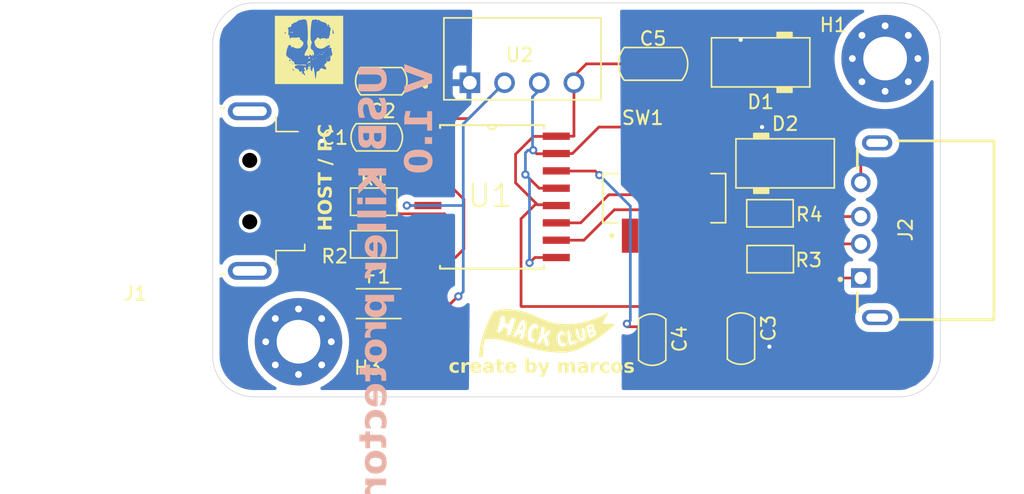
<source format=kicad_pcb>
(kicad_pcb (version 20241229) (generator "pcbnew") (generator_version "9.0")
  (title_block (title "USB Killer Protector") (rev "V1.0"))
  (layers (0 "F.Cu" signal) (2 "B.Cu" signal) (13 "F.Paste" user) (15 "B.Paste" user) (5 "F.SilkS" user "F.Silkscreen") (7 "B.SilkS" user "B.Silkscreen") (1 "F.Mask" user) (3 "B.Mask" user) (25 "Edge.Cuts" user))
  (net 0 "")
  (net 1 "GND1")
  (net 2 "Net-(U1-VDD1)")
  (net 3 "Net-(U1-SPU)")
  (net 4 "/VBUS_DIRTY")
  (net 5 "GND2")
  (net 6 "Net-(U1-VDD2)")
  (net 7 "Net-(D1-K)")
  (net 8 "/USB_OUT_P")
  (net 9 "/VBUS_CLEAN")
  (net 28 "/USB_IN_P")
  (net 29 "/GND_CLEAN")
  (net 30 "/USB_IN_N")
  (net 33 "/USB_OUT_N")
  (net 34 "Net-(U1-UD+)")
  (net 35 "Net-(U1-UD-)")
  (net 36 "Net-(R3-Pad2)")
  (net 37 "Net-(R4-Pad2)")
  (net 38 "Net-(U1-DD+)")
  (net 41 "Net-(U1-DD-)")
  (footprint "LOGO" (layer "F.Cu") (at 103.39 108.75)
    (property "Reference" "G***" (hide yes))
    (property "Value" "LOGO" (hide yes))
  )
  (footprint "Connector_USB:USB_A_Molex_48037-2200_Horizontal" (layer "F.Cu") (at 90.675 119.09 180)
    (property "Reference" "J1" (at 0 -7.5 180) (layer "F.SilkS"))
    (property "Value" "480370001")
    (pad "" np_thru_hole circle (at -8.375 -2.25 180) (size 1.1 1.1) (drill 1.1) (layers "*.Mask"))
    (pad "" np_thru_hole circle (at -8.375 2.25 180) (size 1.1 1.1) (drill 1.1) (layers "*.Mask"))
    (pad "1" smd roundrect (at -10.975 -3.5 180) (size 2 1.2) (layers "F.Cu" "F.Mask" "F.Paste") (net 9 "/VBUS_CLEAN"))
    (pad "2" smd roundrect (at -10.975 -1 180) (size 2 1.2) (layers "F.Cu" "F.Mask" "F.Paste") (net 30 "/USB_IN_N"))
    (pad "3" smd roundrect (at -10.975 1 180) (size 2 1.2) (layers "F.Cu" "F.Mask" "F.Paste") (net 28 "/USB_IN_P"))
    (pad "4" smd roundrect (at -10.975 3.5 180) (size 2 1.2) (layers "F.Cu" "F.Mask" "F.Paste") (net 29 "/GND_CLEAN"))
    (pad "5" thru_hole oval (at -8.375 -5.85 180) (size 3.2 1.3) (drill oval 2.5 0.7) (property pad_prop_heatsink) (layers "*.Cu" "*.Mask"))
    (pad "5" thru_hole oval (at -8.375 5.85 180) (size 3.2 1.3) (drill oval 2.5 0.7) (property pad_prop_heatsink) (layers "*.Cu" "*.Mask"))
  )
  (footprint "0ZCJ0050FF2G:RESC3216X125N" (layer "F.Cu") (at 108.4875 127.34)
    (property "Reference" "F1" (at -0.03 -2 0) (layer "F.SilkS") (effects (font (size 1.000732 1.000732))))
    (property "Value" "0ZCJ0050FF2G")
    (pad "1" smd roundrect (at -1.505 0) (size 1.2 1.82) (layers "F.Cu" "F.Mask" "F.Paste") (roundrect_rratio 0.125) (net 9 "/VBUS_CLEAN"))
    (pad "2" smd roundrect (at 1.505 0) (size 1.2 1.82) (layers "F.Cu" "F.Mask" "F.Paste") (roundrect_rratio 0.125) (net 3 "Net-(U1-SPU)"))
  )
  (footprint "JS202011SCQN:SW_JS202011SCQN" (layer "F.Cu") (at 129.39 119.61)
    (property "Reference" "SW1" (at -1.575 -5.885 0) (layer "F.SilkS"))
    (property "Value" "JS202011SCQN")
    (pad "1" smd rect (at -2.5 2.75) (size 1.2 2.5) (layers "F.Cu" "F.Mask" "F.Paste"))
    (pad "2" smd rect (at 0 2.75) (size 1.2 2.5) (layers "F.Cu" "F.Mask" "F.Paste") (net 38 "Net-(U1-DD+)"))
    (pad "3" smd rect (at 2.5 2.75) (size 1.2 2.5) (layers "F.Cu" "F.Mask" "F.Paste") (net 37 "Net-(R4-Pad2)"))
    (pad "4" smd rect (at -2.5 -2.75) (size 1.2 2.5) (layers "F.Cu" "F.Mask" "F.Paste"))
    (pad "5" smd rect (at 0 -2.75) (size 1.2 2.5) (layers "F.Cu" "F.Mask" "F.Paste") (net 41 "Net-(U1-DD-)"))
    (pad "6" smd rect (at 2.5 -2.75) (size 1.2 2.5) (layers "F.Cu" "F.Mask" "F.Paste") (net 36 "Net-(R3-Pad2)"))
  )
  (footprint "PCM_Diode_SMD_AKL:D_SMA" (layer "F.Cu") (at 138.24 117.06)
    (property "Reference" "D2" (at 0 -2.9 0) (layer "F.SilkS"))
    (property "Value" "SMAJ5.0A" (hide yes))
    (pad "1" smd roundrect (at -2 0) (size 2.5 1.8) (layers "F.Cu" "F.Mask" "F.Paste") (roundrect_rratio 0.1388888889) (net 8 "/USB_OUT_P"))
    (pad "2" smd roundrect (at 2 0) (size 2.5 1.8) (layers "F.Cu" "F.Mask" "F.Paste") (roundrect_rratio 0.1388888889) (net 5 "GND2"))
  )
  (footprint "PCM_Capacitor_SMD_AKL:C_0805_2012Metric" (layer "F.Cu") (at 108.3475 115.15 180)
    (property "Reference" "C1" (at 3.0775 -0.03 0) (layer "F.SilkS"))
    (property "Value" "100uF" (hide yes))
    (pad "1" smd roundrect (at -0.95 0 180) (size 1 1.45) (layers "F.Cu" "F.Mask" "F.Paste") (net 2 "Net-(U1-VDD1)"))
    (pad "2" smd roundrect (at 0.95 0 180) (size 1 1.45) (layers "F.Cu" "F.Mask" "F.Paste") (net 1 "GND1"))
  )
  (footprint "PCM_Resistor_SMD_AKL:R_0805_2012Metric" (layer "F.Cu") (at 137.13 120.72 180)
    (property "Reference" "R4" (at -2.87 -0.09 0) (layer "F.SilkS"))
    (property "Value" "24Ω" (hide yes))
    (pad "1" smd roundrect (at -0.9125 0 180) (size 1.025 1.4) (layers "F.Cu" "F.Mask" "F.Paste") (roundrect_rratio 0.243902) (net 8 "/USB_OUT_P"))
    (pad "2" smd roundrect (at 0.9125 0 180) (size 1.025 1.4) (layers "F.Cu" "F.Mask" "F.Paste") (roundrect_rratio 0.243902) (net 37 "Net-(R4-Pad2)"))
  )
  (footprint "PCM_Diode_SMD_AKL:D_SMA" (layer "F.Cu") (at 136.45 109.66 180)
    (property "Reference" "D1" (at 0 -2.9 0) (layer "F.SilkS"))
    (property "Value" "SMAJ5.0A" (hide yes))
    (pad "1" smd roundrect (at -2 0 180) (size 2.5 1.8) (layers "F.Cu" "F.Mask" "F.Paste") (roundrect_rratio 0.1388888889) (net 7 "Net-(D1-K)"))
    (pad "2" smd roundrect (at 2 0 180) (size 2.5 1.8) (layers "F.Cu" "F.Mask" "F.Paste") (roundrect_rratio 0.1388888889) (net 5 "GND2"))
  )
  (footprint "USB1125-GF-B_REVA:GCT_USB1125-GF-B_REVA" (layer "F.Cu") (at 144.9775 121.96 90)
    (property "Reference" "J2" (at 0.04 2.0825 90) (layer "F.SilkS"))
    (property "Value" "USB1125-GF-B_REVA")
    (pad "1" thru_hole rect (at -3.5 -1.2 90) (size 1.428 1.428) (drill 0.92) (layers "*.Cu" "*.Mask") (net 4 "/VBUS_DIRTY"))
    (pad "2" thru_hole circle (at -1 -1.2 90) (size 1.428 1.428) (drill 0.92) (layers "*.Cu" "*.Mask") (net 33 "/USB_OUT_N"))
    (pad "3" thru_hole circle (at 1 -1.2 90) (size 1.428 1.428) (drill 0.92) (layers "*.Cu" "*.Mask") (net 8 "/USB_OUT_P"))
    (pad "4" thru_hole circle (at 3.5 -1.2 90) (size 1.428 1.428) (drill 0.92) (layers "*.Cu" "*.Mask") (net 7 "Net-(D1-K)"))
    (pad "S1" thru_hole oval (at -6.4 0 90) (size 1.108 2.216) (drill oval 0.6 1.6) (layers "*.Cu" "*.Mask"))
    (pad "S2" thru_hole oval (at 6.4 0 90) (size 1.108 2.216) (drill oval 0.6 1.6) (layers "*.Cu" "*.Mask"))
  )
  (footprint "PCM_Resistor_SMD_AKL:R_0805_2012Metric" (layer "F.Cu") (at 108.1275 119.87)
    (property "Reference" "R1" (at 0 -1.7 0) (layer "F.SilkS"))
    (property "Value" "24Ω" (hide yes))
    (pad "1" smd roundrect (at -0.9125 0) (size 1.025 1.4) (layers "F.Cu" "F.Mask" "F.Paste") (roundrect_rratio 0.243902) (net 28 "/USB_IN_P"))
    (pad "2" smd roundrect (at 0.9125 0) (size 1.025 1.4) (layers "F.Cu" "F.Mask" "F.Paste") (roundrect_rratio 0.243902) (net 34 "Net-(U1-UD+)"))
  )
  (footprint "PCM_Capacitor_SMD_AKL:C_1206_3216Metric" (layer "F.Cu") (at 128.57 109.77)
    (property "Reference" "C5" (at 0 -1.85 0) (layer "F.SilkS"))
    (property "Value" "10uF" (hide yes))
    (pad "1" smd roundrect (at -1.475 0) (size 1.15 1.8) (layers "F.Cu" "F.Mask" "F.Paste") (roundrect_rratio 0.217391) (net 4 "/VBUS_DIRTY"))
    (pad "2" smd roundrect (at 1.475 0) (size 1.15 1.8) (layers "F.Cu" "F.Mask" "F.Paste") (roundrect_rratio 0.217391) (net 7 "Net-(D1-K)"))
  )
  (footprint "ADUM4160BRWZ:SOIC127P1032X265-16N" (layer "F.Cu") (at 116.791 119.515)
    (property "Reference" "U1" (at -0.161 -0.095 0) (layer "F.SilkS") (effects (font (size 1.641685 1.641685))))
    (property "Value" "ADUM4160BRWZ")
    (pad "1" smd rect (at -4.699 -4.445) (size 1.9812 0.5334) (layers "F.Cu" "F.Mask" "F.Paste") (net 3 "Net-(U1-SPU)"))
    (pad "2" smd rect (at -4.699 -3.175) (size 1.9812 0.5334) (layers "F.Cu" "F.Mask" "F.Paste") (net 1 "GND1"))
    (pad "3" smd rect (at -4.699 -1.905) (size 1.9812 0.5334) (layers "F.Cu" "F.Mask" "F.Paste") (net 2 "Net-(U1-VDD1)"))
    (pad "4" smd rect (at -4.699 -0.635) (size 1.9812 0.5334) (layers "F.Cu" "F.Mask" "F.Paste") (net 1 "GND1"))
    (pad "5" smd rect (at -4.699 0.635) (size 1.9812 0.5334) (layers "F.Cu" "F.Mask" "F.Paste") (net 3 "Net-(U1-SPU)"))
    (pad "6" smd rect (at -4.699 1.905) (size 1.9812 0.5334) (layers "F.Cu" "F.Mask" "F.Paste") (net 35 "Net-(U1-UD-)"))
    (pad "7" smd rect (at -4.699 3.175) (size 1.9812 0.5334) (layers "F.Cu" "F.Mask" "F.Paste") (net 34 "Net-(U1-UD+)"))
    (pad "8" smd rect (at -4.699 4.445) (size 1.9812 0.5334) (layers "F.Cu" "F.Mask" "F.Paste") (net 1 "GND1"))
    (pad "9" smd rect (at 4.699 4.445) (size 1.9812 0.5334) (layers "F.Cu" "F.Mask" "F.Paste") (net 5 "GND2"))
    (pad "10" smd rect (at 4.699 3.175) (size 1.9812 0.5334) (layers "F.Cu" "F.Mask" "F.Paste") (net 38 "Net-(U1-DD+)"))
    (pad "11" smd rect (at 4.699 1.905) (size 1.9812 0.5334) (layers "F.Cu" "F.Mask" "F.Paste") (net 41 "Net-(U1-DD-)"))
    (pad "12" smd rect (at 4.699 0.635) (size 1.9812 0.5334) (layers "F.Cu" "F.Mask" "F.Paste") (net 4 "/VBUS_DIRTY"))
    (pad "13" smd rect (at 4.699 -0.635) (size 1.9812 0.5334) (layers "F.Cu" "F.Mask" "F.Paste") (net 5 "GND2"))
    (pad "14" smd rect (at 4.699 -1.905) (size 1.9812 0.5334) (layers "F.Cu" "F.Mask" "F.Paste") (net 6 "Net-(U1-VDD2)"))
    (pad "15" smd rect (at 4.699 -3.175) (size 1.9812 0.5334) (layers "F.Cu" "F.Mask" "F.Paste") (net 5 "GND2"))
    (pad "16" smd rect (at 4.699 -4.445) (size 1.9812 0.5334) (layers "F.Cu" "F.Mask" "F.Paste") (net 4 "/VBUS_DIRTY"))
  )
  (footprint "PCM_Capacitor_SMD_AKL:C_0805_2012Metric" (layer "F.Cu") (at 108.68 111.04 180)
    (property "Reference" "C2" (at -0.09 -2.19 0) (layer "F.SilkS"))
    (property "Value" "100uF" (hide yes))
    (pad "1" smd roundrect (at -0.95 0 180) (size 1 1.45) (layers "F.Cu" "F.Mask" "F.Paste") (net 3 "Net-(U1-SPU)"))
    (pad "2" smd roundrect (at 0.95 0 180) (size 1 1.45) (layers "F.Cu" "F.Mask" "F.Paste") (net 1 "GND1"))
  )
  (footprint "MountingHole:MountingHole_3.2mm_M3_Pad_Via" (layer "F.Cu") (at 102.62 130.13)
    (property "Reference" "H3" (at 5.07 1.91 0) (layer "F.SilkS"))
    (property "Value" "MountingHole_Pad")
    (pad "1" thru_hole circle (at -2.4 0) (size 0.8 0.8) (drill 0.5) (layers "*.Cu" "*.Mask"))
    (pad "1" thru_hole circle (at -1.697056 -1.697056) (size 0.8 0.8) (drill 0.5) (layers "*.Cu" "*.Mask"))
    (pad "1" thru_hole circle (at -1.697056 1.697056) (size 0.8 0.8) (drill 0.5) (layers "*.Cu" "*.Mask"))
    (pad "1" thru_hole circle (at 0 -2.4) (size 0.8 0.8) (drill 0.5) (layers "*.Cu" "*.Mask"))
    (pad "1" thru_hole circle (at 0 0) (size 6.4 6.4) (drill 3.2) (layers "*.Cu" "*.Mask"))
    (pad "1" thru_hole circle (at 0 2.4) (size 0.8 0.8) (drill 0.5) (layers "*.Cu" "*.Mask"))
    (pad "1" thru_hole circle (at 1.697056 -1.697056) (size 0.8 0.8) (drill 0.5) (layers "*.Cu" "*.Mask"))
    (pad "1" thru_hole circle (at 1.697056 1.697056) (size 0.8 0.8) (drill 0.5) (layers "*.Cu" "*.Mask"))
    (pad "1" thru_hole circle (at 2.4 0) (size 0.8 0.8) (drill 0.5) (layers "*.Cu" "*.Mask"))
  )
  (footprint "RFM-0505S:CONV_RFM-0505S" (layer "F.Cu") (at 119.0125 109.4)
    (property "Reference" "U2" (at -0.2025 -0.28 0) (layer "F.SilkS"))
    (property "Value" "RFM-0505S")
    (pad "1" thru_hole rect (at -3.85 1.75) (size 1.508 1.508) (drill 1) (layers "*.Cu" "*.Mask") (net 29 "/GND_CLEAN"))
    (pad "2" thru_hole circle (at -1.31 1.75) (size 1.508 1.508) (drill 1) (layers "*.Cu" "*.Mask") (net 3 "Net-(U1-SPU)"))
    (pad "3" thru_hole circle (at 1.23 1.75) (size 1.508 1.508) (drill 1) (layers "*.Cu" "*.Mask") (net 5 "GND2"))
    (pad "4" thru_hole circle (at 3.77 1.75) (size 1.508 1.508) (drill 1) (layers "*.Cu" "*.Mask") (net 4 "/VBUS_DIRTY"))
  )
  (footprint "MountingHole:MountingHole_3.2mm_M3_Pad_Via" (layer "F.Cu") (at 145.56 109.38)
    (property "Reference" "H1" (at -3.79 -2.46 0) (layer "F.SilkS"))
    (property "Value" "MountingHole_Pad")
    (pad "1" thru_hole circle (at -2.4 0) (size 0.8 0.8) (drill 0.5) (layers "*.Cu" "*.Mask"))
    (pad "1" thru_hole circle (at -1.697056 -1.697056) (size 0.8 0.8) (drill 0.5) (layers "*.Cu" "*.Mask"))
    (pad "1" thru_hole circle (at -1.697056 1.697056) (size 0.8 0.8) (drill 0.5) (layers "*.Cu" "*.Mask"))
    (pad "1" thru_hole circle (at 0 -2.4) (size 0.8 0.8) (drill 0.5) (layers "*.Cu" "*.Mask"))
    (pad "1" thru_hole circle (at 0 0) (size 6.4 6.4) (drill 3.2) (layers "*.Cu" "*.Mask"))
    (pad "1" thru_hole circle (at 0 2.4) (size 0.8 0.8) (drill 0.5) (layers "*.Cu" "*.Mask"))
    (pad "1" thru_hole circle (at 1.697056 -1.697056) (size 0.8 0.8) (drill 0.5) (layers "*.Cu" "*.Mask"))
    (pad "1" thru_hole circle (at 1.697056 1.697056) (size 0.8 0.8) (drill 0.5) (layers "*.Cu" "*.Mask"))
    (pad "1" thru_hole circle (at 2.4 0) (size 0.8 0.8) (drill 0.5) (layers "*.Cu" "*.Mask"))
  )
  (footprint "PCM_Resistor_SMD_AKL:R_0805_2012Metric" (layer "F.Cu") (at 108.1275 122.99)
    (property "Reference" "R2" (at -2.8575 0.88 0) (layer "F.SilkS"))
    (property "Value" "24Ω" (hide yes))
    (pad "1" smd roundrect (at -0.9125 0) (size 1.025 1.4) (layers "F.Cu" "F.Mask" "F.Paste") (roundrect_rratio 0.243902) (net 30 "/USB_IN_N"))
    (pad "2" smd roundrect (at 0.9125 0) (size 1.025 1.4) (layers "F.Cu" "F.Mask" "F.Paste") (roundrect_rratio 0.243902) (net 35 "Net-(U1-UD-)"))
  )
  (footprint "PCM_Capacitor_SMD_AKL:C_0805_2012Metric" (layer "F.Cu") (at 135.01 129.9 -90)
    (property "Reference" "C3" (at -0.76 -2.01 90) (layer "F.SilkS"))
    (property "Value" "100uF" (hide yes))
    (pad "1" smd roundrect (at -0.95 0 270) (size 1 1.45) (layers "F.Cu" "F.Mask" "F.Paste") (net 4 "/VBUS_DIRTY"))
    (pad "2" smd roundrect (at 0.95 0 270) (size 1 1.45) (layers "F.Cu" "F.Mask" "F.Paste") (net 5 "GND2"))
  )
  (footprint "LOGO" (layer "F.Cu") (at 120.837651 129.488856)
    (property "Reference" "G***" (hide yes))
    (property "Value" "LOGO" (hide yes))
  )
  (footprint "PCM_Capacitor_SMD_AKL:C_0805_2012Metric" (layer "F.Cu") (at 128.51 129.98 -90)
    (property "Reference" "C4" (at -0.05 -2.01 90) (layer "F.SilkS"))
    (property "Value" "100uF" (hide yes))
    (pad "1" smd roundrect (at -0.95 0 270) (size 1 1.45) (layers "F.Cu" "F.Mask" "F.Paste") (net 6 "Net-(U1-VDD2)"))
    (pad "2" smd roundrect (at 0.95 0 270) (size 1 1.45) (layers "F.Cu" "F.Mask" "F.Paste") (net 5 "GND2"))
  )
  (footprint "PCM_Resistor_SMD_AKL:R_0805_2012Metric" (layer "F.Cu") (at 137.15 124.08 180)
    (property "Reference" "R3" (at -2.81 -0.07 0) (layer "F.SilkS"))
    (property "Value" "24Ω" (hide yes))
    (pad "1" smd roundrect (at -0.9125 0 180) (size 1.025 1.4) (layers "F.Cu" "F.Mask" "F.Paste") (roundrect_rratio 0.243902) (net 33 "/USB_OUT_N"))
    (pad "2" smd roundrect (at 0.9125 0 180) (size 1.025 1.4) (layers "F.Cu" "F.Mask" "F.Paste") (roundrect_rratio 0.243902) (net 36 "Net-(R3-Pad2)"))
  )
  (gr_arc (start 146.61 105.3) (mid 148.73132 106.17868) (end 149.61 108.3) (stroke (width 0.05)) (layer "Edge.Cuts"))
  (gr_arc (start 149.61 131.17) (mid 148.73132 133.29132) (end 146.61 134.17) (stroke (width 0.05)) (layer "Edge.Cuts"))
  (gr_line (start 96.34 131.17) (end 96.34 108.3) (stroke (width 0.05)) (layer "Edge.Cuts"))
  (gr_arc (start 96.34 108.3) (mid 97.21868 106.17868) (end 99.34 105.3) (stroke (width 0.05)) (layer "Edge.Cuts"))
  (gr_line (start 146.61 134.17) (end 99.34 134.17) (stroke (width 0.05)) (layer "Edge.Cuts"))
  (gr_line (start 149.61 108.3) (end 149.61 131.17) (stroke (width 0.05)) (layer "Edge.Cuts"))
  (gr_arc (start 99.34 134.17) (mid 97.21868 133.29132) (end 96.34 131.17) (stroke (width 0.05)) (layer "Edge.Cuts"))
  (gr_line (start 99.34 105.3) (end 146.61 105.3) (stroke (width 0.05)) (layer "Edge.Cuts"))
  (gr_text "create by marcos" (at 120.42 132.57 0) (layer "F.SilkS") (effects (font (size 1 1) (thickness 0.2) (bold yes)) (justify bottom)))
  (gr_text "HOST / PC" (at 105.22 122.03 90) (layer "F.SilkS") (effects (font (size 1 1) (thickness 0.25) (bold yes)) (justify left bottom)))
  (gr_text "USB Killer protector\nV 1.0" (at 112.74 109.77 90) (layer "B.SilkS") (effects (font (size 2 2) (thickness 0.2) (bold yes)) (justify left bottom mirror)))
  (segment (start 110.44 118.88) (end 107.85 116.29) (width 0.2) (layer "F.Cu") (net 1))
  (segment (start 107.85 116.29) (end 107.85 115.6025) (width 0.2) (layer "F.Cu") (net 1))
  (segment (start 107.2175 113.89) (end 107.2175 114.97) (width 0.2) (layer "F.Cu") (net 1))
  (segment (start 114.1 123.96) (end 114.72 123.34) (width 0.2) (layer "F.Cu") (net 1))
  (segment (start 114.72 119.69) (end 113.91 118.88) (width 0.2) (layer "F.Cu") (net 1))
  (segment (start 107.2175 114.97) (end 107.3975 115.15) (width 0.2) (layer "F.Cu") (net 1))
  (segment (start 110.27 115.28) (end 110.27 114.14) (width 0.2) (layer "F.Cu") (net 1))
  (segment (start 113.91 118.88) (end 112.092 118.88) (width 0.2) (layer "F.Cu") (net 1))
  (segment (start 110.27 114.14) (end 110.02 113.89) (width 0.2) (layer "F.Cu") (net 1))
  (segment (start 114.72 123.34) (end 114.72 119.69) (width 0.2) (layer "F.Cu") (net 1))
  (segment (start 107.85 115.6025) (end 107.3975 115.15) (width 0.2) (layer "F.Cu") (net 1))
  (segment (start 111.33 116.34) (end 110.27 115.28) (width 0.2) (layer "F.Cu") (net 1))
  (segment (start 107.2175 112.3275) (end 107.2175 113.89) (width 0.2) (layer "F.Cu") (net 1))
  (segment (start 107.73 111.04) (end 107.73 111.78) (width 0.2) (layer "F.Cu") (net 1))
  (segment (start 112.092 116.34) (end 111.33 116.34) (width 0.2) (layer "F.Cu") (net 1))
  (segment (start 110.02 113.89) (end 107.2175 113.89) (width 0.2) (layer "F.Cu") (net 1))
  (segment (start 112.092 118.88) (end 110.44 118.88) (width 0.2) (layer "F.Cu") (net 1))
  (segment (start 107.2 112.31) (end 107.2175 112.3275) (width 0.2) (layer "F.Cu") (net 1))
  (segment (start 107.73 111.78) (end 107.2 112.31) (width 0.2) (layer "F.Cu") (net 1))
  (segment (start 112.092 123.96) (end 114.1 123.96) (width 0.2) (layer "F.Cu") (net 1))
  (segment (start 110.46 117.61) (end 112.092 117.61) (width 0.2) (layer "F.Cu") (net 2))
  (segment (start 110.41 117.56) (end 110.46 117.61) (width 0.2) (layer "F.Cu") (net 2))
  (segment (start 110.41 116.2625) (end 110.41 117.56) (width 0.2) (layer "F.Cu") (net 2))
  (segment (start 109.2975 115.15) (end 110.41 116.2625) (width 0.2) (layer "F.Cu") (net 2))
  (segment (start 112.092 120.15) (end 110.55 120.15) (width 0.2) (layer "F.Cu") (net 3))
  (segment (start 111.94875 113.78125) (end 112.092 113.9245) (width 0.2) (layer "F.Cu") (net 3))
  (segment (start 109.63 111.04) (end 109.63 111.4625) (width 0.2) (layer "F.Cu") (net 3))
  (segment (start 110.55 120.15) (end 110.53 120.17) (width 0.2) (layer "F.Cu") (net 3))
  (segment (start 113.75 127.34) (end 114.17 126.92) (width 0.2) (layer "F.Cu") (net 3))
  (segment (start 114.17 126.92) (end 114.21 126.92) (width 0.2) (layer "F.Cu") (net 3))
  (segment (start 114.21 126.92) (end 114.32 126.81) (width 0.2) (layer "F.Cu") (net 3))
  (segment (start 109.63 111.4625) (end 111.94875 113.78125) (width 0.2) (layer "F.Cu") (net 3))
  (segment (start 112.092 113.9245) (end 112.092 115.07) (width 0.2) (layer "F.Cu") (net 3))
  (segment (start 115.07125 113.78125) (end 111.94875 113.78125) (width 0.2) (layer "F.Cu") (net 3))
  (segment (start 117.7025 111.15) (end 115.07125 113.78125) (width 0.2) (layer "F.Cu") (net 3))
  (segment (start 109.9925 127.34) (end 113.75 127.34) (width 0.2) (layer "F.Cu") (net 3))
  (via (at 110.55 120.15) (size 0.6) (drill 0.3) (layers "F.Cu" "B.Cu") (net 3))
  (via (at 114.32 126.81) (size 0.6) (drill 0.3) (layers "F.Cu" "B.Cu") (net 3))
  (segment (start 114.68 114.1725) (end 114.68 120.06) (width 0.2) (layer "B.Cu") (net 3))
  (segment (start 114.68 120.06) (end 114.68 126.45) (width 0.2) (layer "B.Cu") (net 3))
  (segment (start 114.59 120.15) (end 114.68 120.06) (width 0.2) (layer "B.Cu") (net 3))
  (segment (start 110.55 120.15) (end 114.59 120.15) (width 0.2) (layer "B.Cu") (net 3))
  (segment (start 114.68 126.45) (end 114.32 126.81) (width 0.2) (layer "B.Cu") (net 3))
  (segment (start 117.7025 111.15) (end 114.68 114.1725) (width 0.2) (layer "B.Cu") (net 3))
  (segment (start 118.51 116.39) (end 118.51 118.49) (width 0.2) (layer "F.Cu") (net 4))
  (segment (start 123.69 109.77) (end 122.7825 110.6775) (width 0.2) (layer "F.Cu") (net 4))
  (segment (start 120.11 120.09) (end 121.604 120.09) (width 0.2) (layer "F.Cu") (net 4))
  (segment (start 122.7825 110.6775) (end 122.7825 111.15) (width 0.2) (layer "F.Cu") (net 4))
  (segment (start 135.01 128.95) (end 135.01 127.64) (width 0.2) (layer "F.Cu") (net 4))
  (segment (start 118.95 127.55) (end 135.1 127.55) (width 0.2) (layer "F.Cu") (net 4))
  (segment (start 121.604 120.09) (end 121.679 120.165) (width 0.2) (layer "F.Cu") (net 4))
  (segment (start 118.91 121.12) (end 118.91 127.51) (width 0.2) (layer "F.Cu") (net 4))
  (segment (start 127.095 109.77) (end 123.69 109.77) (width 0.2) (layer "F.Cu") (net 4))
  (segment (start 122.7825 115.0575) (end 122.77 115.07) (width 0.2) (layer "F.Cu") (net 4))
  (segment (start 121.679 115.085) (end 119.815 115.085) (width 0.2) (layer "F.Cu") (net 4))
  (segment (start 122.77 115.07) (end 121.49 115.07) (width 0.2) (layer "F.Cu") (net 4))
  (segment (start 140.01 127.55) (end 135.1 127.55) (width 0.2) (layer "F.Cu") (net 4))
  (segment (start 119.815 115.085) (end 118.51 116.39) (width 0.2) (layer "F.Cu") (net 4))
  (segment (start 135.01 127.64) (end 135.1 127.55) (width 0.2) (layer "F.Cu") (net 4))
  (segment (start 122.7825 111.15) (end 122.7825 115.0575) (width 0.2) (layer "F.Cu") (net 4))
  (segment (start 120.015 119.995) (end 120.015 120.015) (width 0.2) (layer "F.Cu") (net 4))
  (segment (start 142.1 125.46) (end 140.01 127.55) (width 0.2) (layer "F.Cu") (net 4))
  (segment (start 120.015 119.995) (end 120.11 120.09) (width 0.2) (layer "F.Cu") (net 4))
  (segment (start 118.91 127.51) (end 118.95 127.55) (width 0.2) (layer "F.Cu") (net 4))
  (segment (start 118.51 118.49) (end 120.015 119.995) (width 0.2) (layer "F.Cu") (net 4))
  (segment (start 143.7775 125.46) (end 142.1 125.46) (width 0.2) (layer "F.Cu") (net 4))
  (segment (start 120.015 120.015) (end 118.91 121.12) (width 0.2) (layer "F.Cu") (net 4))
  (segment (start 134.45 109.66) (end 134.45 108.55) (width 0.2) (layer "F.Cu") (net 5))
  (segment (start 119.65 124.47) (end 119.67 124.47) (width 0.2) (layer "F.Cu") (net 5))
  (segment (start 119.23 117.88) (end 119.221 117.889) (width 0.2) (layer "F.Cu") (net 5))
  (segment (start 122.67 116.34) (end 121.49 116.34) (width 0.2) (layer "F.Cu") (net 5))
  (segment (start 124.61 114.4) (end 122.67 116.34) (width 0.2) (layer "F.Cu") (net 5))
  (segment (start 119.92 123.96) (end 119.53 124.35) (width 0.2) (layer "F.Cu") (net 5))
  (segment (start 138 114.4) (end 136.55 114.4) (width 0.2) (layer "F.Cu") (net 5))
  (segment (start 140.24 116.64) (end 138 114.4) (width 0.2) (layer "F.Cu") (net 5))
  (segment (start 128.59 130.85) (end 128.51 130.93) (width 0.2) (layer "F.Cu") (net 5))
  (segment (start 135.01 130.85) (end 128.59 130.85) (width 0.2) (layer "F.Cu") (net 5))
  (segment (start 119.65 124.47) (end 119.53 124.35) (width 0.2) (layer "F.Cu") (net 5))
  (segment (start 121.49 118.88) (end 120.23 118.88) (width 0.2) (layer "F.Cu") (net 5))
  (segment (start 140.24 117.06) (end 140.24 116.64) (width 0.2) (layer "F.Cu") (net 5))
  (segment (start 121.679 116.355) (end 120.055 116.355) (width 0.2) (layer "F.Cu") (net 5))
  (segment (start 120.23 118.88) (end 119.23 117.88) (width 0.2) (layer "F.Cu") (net 5))
  (segment (start 137.09 130.49) (end 137.1 130.48) (width 0.2) (layer "F.Cu") (net 5))
  (segment (start 136.73 130.85) (end 137.09 130.49) (width 0.2) (layer "F.Cu") (net 5))
  (segment (start 134.45 108.55) (end 134.99 108.01) (width 0.2) (layer "F.Cu") (net 5))
  (segment (start 120.055 116.355) (end 119.8 116.1) (width 0.2) (layer "F.Cu") (net 5))
  (segment (start 121.49 123.96) (end 119.92 123.96) (width 0.2) (layer "F.Cu") (net 5))
  (segment (start 135.01 130.85) (end 136.73 130.85) (width 0.2) (layer "F.Cu") (net 5))
  (segment (start 136.55 114.4) (end 124.61 114.4) (width 0.2) (layer "F.Cu") (net 5))
  (via (at 119.53 124.35) (size 0.6) (drill 0.3) (layers "F.Cu" "B.Cu") (net 5))
  (via (at 137.09 130.49) (size 0.6) (drill 0.3) (layers "F.Cu" "B.Cu") (net 5))
  (via (at 119.8 116.1) (size 0.6) (drill 0.3) (layers "F.Cu" "B.Cu") (net 5))
  (via (at 134.99 108.01) (size 0.6) (drill 0.3) (layers "F.Cu" "B.Cu") (net 5))
  (via (at 119.23 117.88) (size 0.6) (drill 0.3) (layers "F.Cu" "B.Cu") (net 5))
  (via (at 136.55 114.4) (size 0.6) (drill 0.3) (layers "F.Cu" "B.Cu") (net 5))
  (segment (start 119.53 118.18) (end 119.23 117.88) (width 0.2) (layer "B.Cu") (net 5))
  (segment (start 119.53 124.35) (end 119.53 118.18) (width 0.2) (layer "B.Cu") (net 5))
  (segment (start 119.75 116.05) (end 119.8 116.1) (width 0.2) (layer "B.Cu") (net 5))
  (segment (start 137.09 114.94) (end 136.55 114.4) (width 0.2) (layer "B.Cu") (net 5))
  (segment (start 134.99 112.84) (end 136.55 114.4) (width 0.2) (layer "B.Cu") (net 5))
  (segment (start 120.2425 111.15) (end 120.2425 111.6975) (width 0.2) (layer "B.Cu") (net 5))
  (segment (start 134.99 108.01) (end 134.99 112.84) (width 0.2) (layer "B.Cu") (net 5))
  (segment (start 119.23 116.29) (end 119.23 117.88) (width 0.2) (layer "B.Cu") (net 5))
  (segment (start 119.8 111.5925) (end 120.2425 111.15) (width 0.2) (layer "B.Cu") (net 5))
  (segment (start 137.09 130.49) (end 137.09 114.94) (width 0.2) (layer "B.Cu") (net 5))
  (segment (start 119.8 116.1) (end 119.42 116.1) (width 0.2) (layer "B.Cu") (net 5))
  (segment (start 119.75 112.19) (end 119.75 116.05) (width 0.2) (layer "B.Cu") (net 5))
  (segment (start 120.2425 111.6975) (end 119.75 112.19) (width 0.2) (layer "B.Cu") (net 5))
  (segment (start 119.42 116.1) (end 119.23 116.29) (width 0.2) (layer "B.Cu") (net 5))
  (segment (start 128.51 129.03) (end 126.69 129.03) (width 0.2) (layer "F.Cu") (net 6))
  (segment (start 126.69 129.03) (end 126.68 129.04) (width 0.2) (layer "F.Cu") (net 6))
  (segment (start 121.679 117.625) (end 124.345 117.625) (width 0.2) (layer "F.Cu") (net 6))
  (segment (start 126.66 129.02) (end 126.66 128.81) (width 0.2) (layer "F.Cu") (net 6))
  (segment (start 126.68 129.04) (end 126.66 129.02) (width 0.2) (layer "F.Cu") (net 6))
  (segment (start 124.345 117.625) (end 124.64 117.92) (width 0.2) (layer "F.Cu") (net 6))
  (via (at 126.66 128.81) (size 0.6) (drill 0.3) (layers "F.Cu" "B.Cu") (net 6))
  (via (at 124.64 117.92) (size 0.6) (drill 0.3) (layers "F.Cu" "B.Cu") (net 6))
  (segment (start 124.64 117.92) (end 126.91 120.19) (width 0.2) (layer "B.Cu") (net 6))
  (segment (start 126.91 120.19) (end 126.91 128.56) (width 0.2) (layer "B.Cu") (net 6))
  (segment (start 126.91 128.56) (end 126.66 128.81) (width 0.2) (layer "B.Cu") (net 6))
  (segment (start 138.45 110.83) (end 138.45 109.66) (width 0.2) (layer "F.Cu") (net 7))
  (segment (start 130.045 109.77) (end 131.375 111.1) (width 0.2) (layer "F.Cu") (net 7))
  (segment (start 131.375 111.1) (end 138.18 111.1) (width 0.2) (layer "F.Cu") (net 7))
  (segment (start 138.21 111.13) (end 138.18 111.1) (width 0.2) (layer "F.Cu") (net 7))
  (segment (start 143.7775 118.46) (end 143.7775 116.6475) (width 0.2) (layer "F.Cu") (net 7))
  (segment (start 138.33 111.2) (end 138.33 111.13) (width 0.2) (layer "F.Cu") (net 7))
  (segment (start 138.18 111.1) (end 138.45 110.83) (width 0.2) (layer "F.Cu") (net 7))
  (segment (start 143.7775 116.6475) (end 138.33 111.2) (width 0.2) (layer "F.Cu") (net 7))
  (segment (start 138.33 111.13) (end 138.21 111.13) (width 0.2) (layer "F.Cu") (net 7))
  (segment (start 138.0425 118.8525) (end 138.0425 120.72) (width 0.2) (layer "F.Cu") (net 8))
  (segment (start 143.7775 120.96) (end 138.2825 120.96) (width 0.2) (layer "F.Cu") (net 8))
  (segment (start 136.25 117.06) (end 138.0425 118.8525) (width 0.2) (layer "F.Cu") (net 8))
  (segment (start 136.24 117.06) (end 136.25 117.06) (width 0.2) (layer "F.Cu") (net 8))
  (segment (start 138.2825 120.96) (end 138.0425 120.72) (width 0.2) (layer "F.Cu") (net 8))
  (segment (start 101.7796 122.97885) (end 102.62135 122.97885) (width 0.2) (layer "F.Cu") (net 9))
  (segment (start 102.62135 122.97885) (end 106.9825 127.34) (width 0.2) (layer "F.Cu") (net 9))
  (segment (start 101.88965 122.8688) (end 101.7796 122.97885) (width 0.2) (layer "F.Cu") (net 9))
  (segment (start 101.88965 118.373) (end 101.7796 118.48305) (width 0.2) (layer "F.Cu") (net 28))
  (segment (start 105.82805 118.48305) (end 107.215 119.87) (width 0.2) (layer "F.Cu") (net 28))
  (segment (start 101.7796 118.48305) (end 105.82805 118.48305) (width 0.2) (layer "F.Cu") (net 28))
  (segment (start 104.24 115.58) (end 104.24 115.5) (width 0.2) (layer "F.Cu") (net 29))
  (segment (start 104.31 115.43) (end 104.39 115.35) (width 0.2) (layer "F.Cu") (net 29))
  (segment (start 104.05 115.77) (end 104.24 115.58) (width 0.2) (layer "F.Cu") (net 29))
  (segment (start 104.24 115.5) (end 104.31 115.43) (width 0.2) (layer "F.Cu") (net 29))
  (segment (start 102.025 115.77) (end 104.05 115.77) (width 0.2) (layer "F.Cu") (net 29))
  (segment (start 104.39 115.35) (end 104.39 115.32) (width 0.2) (layer "F.Cu") (net 29))
  (via (at 104.31 115.43) (size 0.6) (drill 0.3) (layers "F.Cu" "B.Cu") (net 29))
  (segment (start 104.31 115.43) (end 104.2 115.54) (width 0.2) (layer "B.Cu") (net 29))
  (segment (start 104.00965 120.48965) (end 106.51 122.99) (width 0.2) (layer "F.Cu") (net 30))
  (segment (start 101.7796 120.48965) (end 104.00965 120.48965) (width 0.2) (layer "F.Cu") (net 30))
  (segment (start 106.51 122.99) (end 107.215 122.99) (width 0.2) (layer "F.Cu") (net 30))
  (segment (start 138.0625 123.9175) (end 138.0625 124.08) (width 0.2) (layer "F.Cu") (net 33))
  (segment (start 139.02 122.96) (end 138.0625 123.9175) (width 0.2) (layer "F.Cu") (net 33))
  (segment (start 143.7775 122.96) (end 139.02 122.96) (width 0.2) (layer "F.Cu") (net 33))
  (segment (start 113.74 122.69) (end 112.092 122.69) (width 0.2) (layer "F.Cu") (net 34))
  (segment (start 113.31 120.76) (end 113.84 121.29) (width 0.2) (layer "F.Cu") (net 34))
  (segment (start 113.84 121.29) (end 113.84 122.61) (width 0.2) (layer "F.Cu") (net 34))
  (segment (start 109.04 119.87) (end 109.93 120.76) (width 0.2) (layer "F.Cu") (net 34))
  (segment (start 109.93 120.76) (end 113.31 120.76) (width 0.2) (layer "F.Cu") (net 34))
  (segment (start 113.84 122.61) (end 113.82 122.61) (width 0.2) (layer "F.Cu") (net 34))
  (segment (start 113.82 122.61) (end 113.74 122.69) (width 0.2) (layer "F.Cu") (net 34))
  (segment (start 109.04 122.99) (end 109.04 122.57) (width 0.2) (layer "F.Cu") (net 35))
  (segment (start 110.19 121.42) (end 112.092 121.42) (width 0.2) (layer "F.Cu") (net 35))
  (segment (start 109.04 122.57) (end 110.19 121.42) (width 0.2) (layer "F.Cu") (net 35))
  (segment (start 137.15 122.71) (end 137.15 119.72) (width 0.2) (layer "F.Cu") (net 36))
  (segment (start 136.13 118.7) (end 131.94 118.7) (width 0.2) (layer "F.Cu") (net 36))
  (segment (start 136.2375 124.08) (end 136.2375 123.6225) (width 0.2) (layer "F.Cu") (net 36))
  (segment (start 131.89 118.65) (end 131.89 116.86) (width 0.2) (layer "F.Cu") (net 36))
  (segment (start 131.94 118.7) (end 131.89 118.65) (width 0.2) (layer "F.Cu") (net 36))
  (segment (start 137.15 119.72) (end 136.13 118.7) (width 0.2) (layer "F.Cu") (net 36))
  (segment (start 136.2375 123.6225) (end 137.15 122.71) (width 0.2) (layer "F.Cu") (net 36))
  (segment (start 131.94 120.72) (end 131.89 120.77) (width 0.2) (layer "F.Cu") (net 37))
  (segment (start 131.89 120.77) (end 131.89 122.36) (width 0.2) (layer "F.Cu") (net 37))
  (segment (start 136.2175 120.72) (end 131.94 120.72) (width 0.2) (layer "F.Cu") (net 37))
  (segment (start 129.39 120.5) (end 129.35 120.46) (width 0.2) (layer "F.Cu") (net 38))
  (segment (start 125.74 120.46) (end 123.51 122.69) (width 0.2) (layer "F.Cu") (net 38))
  (segment (start 129.35 120.46) (end 125.74 120.46) (width 0.2) (layer "F.Cu") (net 38))
  (segment (start 129.39 122.36) (end 129.39 120.5) (width 0.2) (layer "F.Cu") (net 38))
  (segment (start 123.51 122.69) (end 121.49 122.69) (width 0.2) (layer "F.Cu") (net 38))
  (segment (start 129.39 119.15) (end 129.39 116.86) (width 0.2) (layer "F.Cu") (net 41))
  (segment (start 121.49 121.42) (end 123.27 121.42) (width 0.2) (layer "F.Cu") (net 41))
  (segment (start 129.18 119.36) (end 129.39 119.15) (width 0.2) (layer "F.Cu") (net 41))
  (segment (start 123.27 121.42) (end 125.33 119.36) (width 0.2) (layer "F.Cu") (net 41))
  (segment (start 125.33 119.36) (end 129.18 119.36) (width 0.2) (layer "F.Cu") (net 41))
  (zone (net 29) (net_name "/GND_CLEAN") (layer "B.Cu") (connect_pads (clearance 0.5)) (min_thickness 0.25) (fill yes (thermal_gap 0.5) (thermal_bridge_width 0.5))
    (polygon (pts (xy 100.87 105.09) (xy 115.34 105.09) (xy 115.09 134.15) (xy 101.86 134.17) (xy 100.28 134.11) (xy 99.85 134.1) (xy 98.17 134.01) (xy 96.14 131.72) (xy 96.23 108.04) (xy 98.95 105.29) (xy 98.62 105.13) (xy 100.85 105.11) (xy 100.9 105.14)))
  )
  (zone (net 5) (net_name "GND2") (layer "B.Cu") (priority 1) (connect_pads (clearance 0.5)) (min_thickness 0.25) (fill yes (thermal_gap 0.5) (thermal_bridge_width 0.5))
    (polygon (pts (xy 126.74 105.47) (xy 146.4 105.52) (xy 147.51 105.76) (xy 148.24 106.21) (xy 148.87 106.87) (xy 149.37 107.99) (xy 149.48 108.71) (xy 149.43 130.47) (xy 149.38 131.02) (xy 149.27 131.49) (xy 148.92 132.24) (xy 148.5 132.75) (xy 147.82 133.31) (xy 146.62 133.8) (xy 146.02 133.91) (xy 141.41 133.84) (xy 126.28 133.95) (xy 126.16 105.48) (xy 126.76 105.48) (xy 126.84 105.43)))
  )
)
</source>
